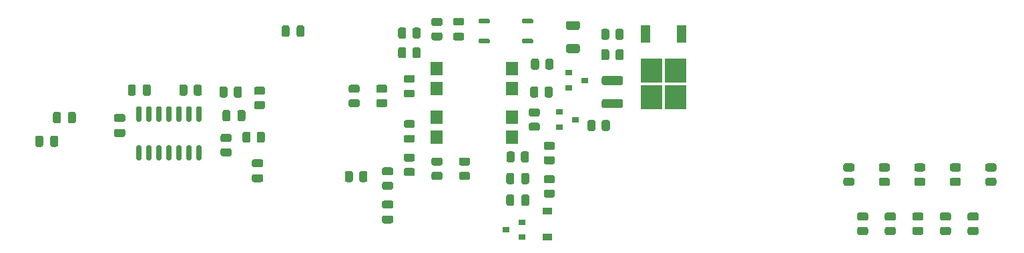
<source format=gtp>
G04 #@! TF.GenerationSoftware,KiCad,Pcbnew,(5.1.9-0-10_14)*
G04 #@! TF.CreationDate,2023-05-20T00:30:08-04:00*
G04 #@! TF.ProjectId,LiBCM-Daughterboard,4c694243-4d2d-4446-9175-676874657262,A*
G04 #@! TF.SameCoordinates,Original*
G04 #@! TF.FileFunction,Paste,Top*
G04 #@! TF.FilePolarity,Positive*
%FSLAX46Y46*%
G04 Gerber Fmt 4.6, Leading zero omitted, Abs format (unit mm)*
G04 Created by KiCad (PCBNEW (5.1.9-0-10_14)) date 2023-05-20 00:30:08*
%MOMM*%
%LPD*%
G01*
G04 APERTURE LIST*
%ADD10R,1.200000X2.200000*%
%ADD11R,2.750000X3.050000*%
%ADD12R,0.900000X0.800000*%
%ADD13R,1.500000X1.780000*%
%ADD14R,1.200000X0.900000*%
G04 APERTURE END LIST*
D10*
G04 #@! TO.C,Q1*
X186030000Y-129150000D03*
X181470000Y-129150000D03*
D11*
X182225000Y-137125000D03*
X185275000Y-133775000D03*
X185275000Y-137125000D03*
X182225000Y-133775000D03*
G04 #@! TD*
G04 #@! TO.C,C2*
G36*
G01*
X106950000Y-142275000D02*
X106950000Y-143225000D01*
G75*
G02*
X106700000Y-143475000I-250000J0D01*
G01*
X106200000Y-143475000D01*
G75*
G02*
X105950000Y-143225000I0J250000D01*
G01*
X105950000Y-142275000D01*
G75*
G02*
X106200000Y-142025000I250000J0D01*
G01*
X106700000Y-142025000D01*
G75*
G02*
X106950000Y-142275000I0J-250000D01*
G01*
G37*
G36*
G01*
X105050000Y-142275000D02*
X105050000Y-143225000D01*
G75*
G02*
X104800000Y-143475000I-250000J0D01*
G01*
X104300000Y-143475000D01*
G75*
G02*
X104050000Y-143225000I0J250000D01*
G01*
X104050000Y-142275000D01*
G75*
G02*
X104300000Y-142025000I250000J0D01*
G01*
X104800000Y-142025000D01*
G75*
G02*
X105050000Y-142275000I0J-250000D01*
G01*
G37*
G04 #@! TD*
G04 #@! TO.C,C3*
G36*
G01*
X135300000Y-129225000D02*
X135300000Y-128275000D01*
G75*
G02*
X135550000Y-128025000I250000J0D01*
G01*
X136050000Y-128025000D01*
G75*
G02*
X136300000Y-128275000I0J-250000D01*
G01*
X136300000Y-129225000D01*
G75*
G02*
X136050000Y-129475000I-250000J0D01*
G01*
X135550000Y-129475000D01*
G75*
G02*
X135300000Y-129225000I0J250000D01*
G01*
G37*
G36*
G01*
X137200000Y-129225000D02*
X137200000Y-128275000D01*
G75*
G02*
X137450000Y-128025000I250000J0D01*
G01*
X137950000Y-128025000D01*
G75*
G02*
X138200000Y-128275000I0J-250000D01*
G01*
X138200000Y-129225000D01*
G75*
G02*
X137950000Y-129475000I-250000J0D01*
G01*
X137450000Y-129475000D01*
G75*
G02*
X137200000Y-129225000I0J250000D01*
G01*
G37*
G04 #@! TD*
G04 #@! TO.C,C1*
G36*
G01*
X128800000Y-139025000D02*
X128800000Y-139975000D01*
G75*
G02*
X128550000Y-140225000I-250000J0D01*
G01*
X128050000Y-140225000D01*
G75*
G02*
X127800000Y-139975000I0J250000D01*
G01*
X127800000Y-139025000D01*
G75*
G02*
X128050000Y-138775000I250000J0D01*
G01*
X128550000Y-138775000D01*
G75*
G02*
X128800000Y-139025000I0J-250000D01*
G01*
G37*
G36*
G01*
X130700000Y-139025000D02*
X130700000Y-139975000D01*
G75*
G02*
X130450000Y-140225000I-250000J0D01*
G01*
X129950000Y-140225000D01*
G75*
G02*
X129700000Y-139975000I0J250000D01*
G01*
X129700000Y-139025000D01*
G75*
G02*
X129950000Y-138775000I250000J0D01*
G01*
X130450000Y-138775000D01*
G75*
G02*
X130700000Y-139025000I0J-250000D01*
G01*
G37*
G04 #@! TD*
G04 #@! TO.C,C7*
G36*
G01*
X166700000Y-149775000D02*
X166700000Y-150725000D01*
G75*
G02*
X166450000Y-150975000I-250000J0D01*
G01*
X165950000Y-150975000D01*
G75*
G02*
X165700000Y-150725000I0J250000D01*
G01*
X165700000Y-149775000D01*
G75*
G02*
X165950000Y-149525000I250000J0D01*
G01*
X166450000Y-149525000D01*
G75*
G02*
X166700000Y-149775000I0J-250000D01*
G01*
G37*
G36*
G01*
X164800000Y-149775000D02*
X164800000Y-150725000D01*
G75*
G02*
X164550000Y-150975000I-250000J0D01*
G01*
X164050000Y-150975000D01*
G75*
G02*
X163800000Y-150725000I0J250000D01*
G01*
X163800000Y-149775000D01*
G75*
G02*
X164050000Y-149525000I250000J0D01*
G01*
X164550000Y-149525000D01*
G75*
G02*
X164800000Y-149775000I0J-250000D01*
G01*
G37*
G04 #@! TD*
G04 #@! TO.C,R13*
G36*
G01*
X154549998Y-146650000D02*
X155450002Y-146650000D01*
G75*
G02*
X155700000Y-146899998I0J-249998D01*
G01*
X155700000Y-147425002D01*
G75*
G02*
X155450002Y-147675000I-249998J0D01*
G01*
X154549998Y-147675000D01*
G75*
G02*
X154300000Y-147425002I0J249998D01*
G01*
X154300000Y-146899998D01*
G75*
G02*
X154549998Y-146650000I249998J0D01*
G01*
G37*
G36*
G01*
X154549998Y-144825000D02*
X155450002Y-144825000D01*
G75*
G02*
X155700000Y-145074998I0J-249998D01*
G01*
X155700000Y-145600002D01*
G75*
G02*
X155450002Y-145850000I-249998J0D01*
G01*
X154549998Y-145850000D01*
G75*
G02*
X154300000Y-145600002I0J249998D01*
G01*
X154300000Y-145074998D01*
G75*
G02*
X154549998Y-144825000I249998J0D01*
G01*
G37*
G04 #@! TD*
G04 #@! TO.C,R11*
G36*
G01*
X144049998Y-135575000D02*
X144950002Y-135575000D01*
G75*
G02*
X145200000Y-135824998I0J-249998D01*
G01*
X145200000Y-136350002D01*
G75*
G02*
X144950002Y-136600000I-249998J0D01*
G01*
X144049998Y-136600000D01*
G75*
G02*
X143800000Y-136350002I0J249998D01*
G01*
X143800000Y-135824998D01*
G75*
G02*
X144049998Y-135575000I249998J0D01*
G01*
G37*
G36*
G01*
X144049998Y-137400000D02*
X144950002Y-137400000D01*
G75*
G02*
X145200000Y-137649998I0J-249998D01*
G01*
X145200000Y-138175002D01*
G75*
G02*
X144950002Y-138425000I-249998J0D01*
G01*
X144049998Y-138425000D01*
G75*
G02*
X143800000Y-138175002I0J249998D01*
G01*
X143800000Y-137649998D01*
G75*
G02*
X144049998Y-137400000I249998J0D01*
G01*
G37*
G04 #@! TD*
G04 #@! TO.C,R8*
G36*
G01*
X152925000Y-131049998D02*
X152925000Y-131950002D01*
G75*
G02*
X152675002Y-132200000I-249998J0D01*
G01*
X152149998Y-132200000D01*
G75*
G02*
X151900000Y-131950002I0J249998D01*
G01*
X151900000Y-131049998D01*
G75*
G02*
X152149998Y-130800000I249998J0D01*
G01*
X152675002Y-130800000D01*
G75*
G02*
X152925000Y-131049998I0J-249998D01*
G01*
G37*
G36*
G01*
X151100000Y-131049998D02*
X151100000Y-131950002D01*
G75*
G02*
X150850002Y-132200000I-249998J0D01*
G01*
X150324998Y-132200000D01*
G75*
G02*
X150075000Y-131950002I0J249998D01*
G01*
X150075000Y-131049998D01*
G75*
G02*
X150324998Y-130800000I249998J0D01*
G01*
X150850002Y-130800000D01*
G75*
G02*
X151100000Y-131049998I0J-249998D01*
G01*
G37*
G04 #@! TD*
G04 #@! TO.C,R9*
G36*
G01*
X154549998Y-128900000D02*
X155450002Y-128900000D01*
G75*
G02*
X155700000Y-129149998I0J-249998D01*
G01*
X155700000Y-129675002D01*
G75*
G02*
X155450002Y-129925000I-249998J0D01*
G01*
X154549998Y-129925000D01*
G75*
G02*
X154300000Y-129675002I0J249998D01*
G01*
X154300000Y-129149998D01*
G75*
G02*
X154549998Y-128900000I249998J0D01*
G01*
G37*
G36*
G01*
X154549998Y-127075000D02*
X155450002Y-127075000D01*
G75*
G02*
X155700000Y-127324998I0J-249998D01*
G01*
X155700000Y-127850002D01*
G75*
G02*
X155450002Y-128100000I-249998J0D01*
G01*
X154549998Y-128100000D01*
G75*
G02*
X154300000Y-127850002I0J249998D01*
G01*
X154300000Y-127324998D01*
G75*
G02*
X154549998Y-127075000I249998J0D01*
G01*
G37*
G04 #@! TD*
G04 #@! TO.C,R10*
G36*
G01*
X151100000Y-128549998D02*
X151100000Y-129450002D01*
G75*
G02*
X150850002Y-129700000I-249998J0D01*
G01*
X150324998Y-129700000D01*
G75*
G02*
X150075000Y-129450002I0J249998D01*
G01*
X150075000Y-128549998D01*
G75*
G02*
X150324998Y-128300000I249998J0D01*
G01*
X150850002Y-128300000D01*
G75*
G02*
X151100000Y-128549998I0J-249998D01*
G01*
G37*
G36*
G01*
X152925000Y-128549998D02*
X152925000Y-129450002D01*
G75*
G02*
X152675002Y-129700000I-249998J0D01*
G01*
X152149998Y-129700000D01*
G75*
G02*
X151900000Y-129450002I0J249998D01*
G01*
X151900000Y-128549998D01*
G75*
G02*
X152149998Y-128300000I249998J0D01*
G01*
X152675002Y-128300000D01*
G75*
G02*
X152925000Y-128549998I0J-249998D01*
G01*
G37*
G04 #@! TD*
G04 #@! TO.C,R15*
G36*
G01*
X171624997Y-127475000D02*
X172875003Y-127475000D01*
G75*
G02*
X173125000Y-127724997I0J-249997D01*
G01*
X173125000Y-128350003D01*
G75*
G02*
X172875003Y-128600000I-249997J0D01*
G01*
X171624997Y-128600000D01*
G75*
G02*
X171375000Y-128350003I0J249997D01*
G01*
X171375000Y-127724997D01*
G75*
G02*
X171624997Y-127475000I249997J0D01*
G01*
G37*
G36*
G01*
X171624997Y-130400000D02*
X172875003Y-130400000D01*
G75*
G02*
X173125000Y-130649997I0J-249997D01*
G01*
X173125000Y-131275003D01*
G75*
G02*
X172875003Y-131525000I-249997J0D01*
G01*
X171624997Y-131525000D01*
G75*
G02*
X171375000Y-131275003I0J249997D01*
G01*
X171375000Y-130649997D01*
G75*
G02*
X171624997Y-130400000I249997J0D01*
G01*
G37*
G04 #@! TD*
G04 #@! TO.C,R16*
G36*
G01*
X211299998Y-147400000D02*
X212200002Y-147400000D01*
G75*
G02*
X212450000Y-147649998I0J-249998D01*
G01*
X212450000Y-148175002D01*
G75*
G02*
X212200002Y-148425000I-249998J0D01*
G01*
X211299998Y-148425000D01*
G75*
G02*
X211050000Y-148175002I0J249998D01*
G01*
X211050000Y-147649998D01*
G75*
G02*
X211299998Y-147400000I249998J0D01*
G01*
G37*
G36*
G01*
X211299998Y-145575000D02*
X212200002Y-145575000D01*
G75*
G02*
X212450000Y-145824998I0J-249998D01*
G01*
X212450000Y-146350002D01*
G75*
G02*
X212200002Y-146600000I-249998J0D01*
G01*
X211299998Y-146600000D01*
G75*
G02*
X211050000Y-146350002I0J249998D01*
G01*
X211050000Y-145824998D01*
G75*
G02*
X211299998Y-145575000I249998J0D01*
G01*
G37*
G04 #@! TD*
G04 #@! TO.C,R17*
G36*
G01*
X208549998Y-153650000D02*
X209450002Y-153650000D01*
G75*
G02*
X209700000Y-153899998I0J-249998D01*
G01*
X209700000Y-154425002D01*
G75*
G02*
X209450002Y-154675000I-249998J0D01*
G01*
X208549998Y-154675000D01*
G75*
G02*
X208300000Y-154425002I0J249998D01*
G01*
X208300000Y-153899998D01*
G75*
G02*
X208549998Y-153650000I249998J0D01*
G01*
G37*
G36*
G01*
X208549998Y-151825000D02*
X209450002Y-151825000D01*
G75*
G02*
X209700000Y-152074998I0J-249998D01*
G01*
X209700000Y-152600002D01*
G75*
G02*
X209450002Y-152850000I-249998J0D01*
G01*
X208549998Y-152850000D01*
G75*
G02*
X208300000Y-152600002I0J249998D01*
G01*
X208300000Y-152074998D01*
G75*
G02*
X208549998Y-151825000I249998J0D01*
G01*
G37*
G04 #@! TD*
G04 #@! TO.C,R19*
G36*
G01*
X206799998Y-147400000D02*
X207700002Y-147400000D01*
G75*
G02*
X207950000Y-147649998I0J-249998D01*
G01*
X207950000Y-148175002D01*
G75*
G02*
X207700002Y-148425000I-249998J0D01*
G01*
X206799998Y-148425000D01*
G75*
G02*
X206550000Y-148175002I0J249998D01*
G01*
X206550000Y-147649998D01*
G75*
G02*
X206799998Y-147400000I249998J0D01*
G01*
G37*
G36*
G01*
X206799998Y-145575000D02*
X207700002Y-145575000D01*
G75*
G02*
X207950000Y-145824998I0J-249998D01*
G01*
X207950000Y-146350002D01*
G75*
G02*
X207700002Y-146600000I-249998J0D01*
G01*
X206799998Y-146600000D01*
G75*
G02*
X206550000Y-146350002I0J249998D01*
G01*
X206550000Y-145824998D01*
G75*
G02*
X206799998Y-145575000I249998J0D01*
G01*
G37*
G04 #@! TD*
G04 #@! TO.C,R20*
G36*
G01*
X212049998Y-153650000D02*
X212950002Y-153650000D01*
G75*
G02*
X213200000Y-153899998I0J-249998D01*
G01*
X213200000Y-154425002D01*
G75*
G02*
X212950002Y-154675000I-249998J0D01*
G01*
X212049998Y-154675000D01*
G75*
G02*
X211800000Y-154425002I0J249998D01*
G01*
X211800000Y-153899998D01*
G75*
G02*
X212049998Y-153650000I249998J0D01*
G01*
G37*
G36*
G01*
X212049998Y-151825000D02*
X212950002Y-151825000D01*
G75*
G02*
X213200000Y-152074998I0J-249998D01*
G01*
X213200000Y-152600002D01*
G75*
G02*
X212950002Y-152850000I-249998J0D01*
G01*
X212049998Y-152850000D01*
G75*
G02*
X211800000Y-152600002I0J249998D01*
G01*
X211800000Y-152074998D01*
G75*
G02*
X212049998Y-151825000I249998J0D01*
G01*
G37*
G04 #@! TD*
D12*
G04 #@! TO.C,U2*
X163750000Y-154000000D03*
X165750000Y-153050000D03*
X165750000Y-154950000D03*
G04 #@! TD*
G04 #@! TO.C,D1*
G36*
G01*
X157293750Y-128950000D02*
X158206250Y-128950000D01*
G75*
G02*
X158450000Y-129193750I0J-243750D01*
G01*
X158450000Y-129681250D01*
G75*
G02*
X158206250Y-129925000I-243750J0D01*
G01*
X157293750Y-129925000D01*
G75*
G02*
X157050000Y-129681250I0J243750D01*
G01*
X157050000Y-129193750D01*
G75*
G02*
X157293750Y-128950000I243750J0D01*
G01*
G37*
G36*
G01*
X157293750Y-127075000D02*
X158206250Y-127075000D01*
G75*
G02*
X158450000Y-127318750I0J-243750D01*
G01*
X158450000Y-127806250D01*
G75*
G02*
X158206250Y-128050000I-243750J0D01*
G01*
X157293750Y-128050000D01*
G75*
G02*
X157050000Y-127806250I0J243750D01*
G01*
X157050000Y-127318750D01*
G75*
G02*
X157293750Y-127075000I243750J0D01*
G01*
G37*
G04 #@! TD*
G04 #@! TO.C,D2*
G36*
G01*
X151956250Y-137175000D02*
X151043750Y-137175000D01*
G75*
G02*
X150800000Y-136931250I0J243750D01*
G01*
X150800000Y-136443750D01*
G75*
G02*
X151043750Y-136200000I243750J0D01*
G01*
X151956250Y-136200000D01*
G75*
G02*
X152200000Y-136443750I0J-243750D01*
G01*
X152200000Y-136931250D01*
G75*
G02*
X151956250Y-137175000I-243750J0D01*
G01*
G37*
G36*
G01*
X151956250Y-135300000D02*
X151043750Y-135300000D01*
G75*
G02*
X150800000Y-135056250I0J243750D01*
G01*
X150800000Y-134568750D01*
G75*
G02*
X151043750Y-134325000I243750J0D01*
G01*
X151956250Y-134325000D01*
G75*
G02*
X152200000Y-134568750I0J-243750D01*
G01*
X152200000Y-135056250D01*
G75*
G02*
X151956250Y-135300000I-243750J0D01*
G01*
G37*
G04 #@! TD*
G04 #@! TO.C,R12*
G36*
G01*
X151049998Y-146150000D02*
X151950002Y-146150000D01*
G75*
G02*
X152200000Y-146399998I0J-249998D01*
G01*
X152200000Y-146925002D01*
G75*
G02*
X151950002Y-147175000I-249998J0D01*
G01*
X151049998Y-147175000D01*
G75*
G02*
X150800000Y-146925002I0J249998D01*
G01*
X150800000Y-146399998D01*
G75*
G02*
X151049998Y-146150000I249998J0D01*
G01*
G37*
G36*
G01*
X151049998Y-144325000D02*
X151950002Y-144325000D01*
G75*
G02*
X152200000Y-144574998I0J-249998D01*
G01*
X152200000Y-145100002D01*
G75*
G02*
X151950002Y-145350000I-249998J0D01*
G01*
X151049998Y-145350000D01*
G75*
G02*
X150800000Y-145100002I0J249998D01*
G01*
X150800000Y-144574998D01*
G75*
G02*
X151049998Y-144325000I249998J0D01*
G01*
G37*
G04 #@! TD*
G04 #@! TO.C,R14*
G36*
G01*
X148450002Y-138425000D02*
X147549998Y-138425000D01*
G75*
G02*
X147300000Y-138175002I0J249998D01*
G01*
X147300000Y-137649998D01*
G75*
G02*
X147549998Y-137400000I249998J0D01*
G01*
X148450002Y-137400000D01*
G75*
G02*
X148700000Y-137649998I0J-249998D01*
G01*
X148700000Y-138175002D01*
G75*
G02*
X148450002Y-138425000I-249998J0D01*
G01*
G37*
G36*
G01*
X148450002Y-136600000D02*
X147549998Y-136600000D01*
G75*
G02*
X147300000Y-136350002I0J249998D01*
G01*
X147300000Y-135824998D01*
G75*
G02*
X147549998Y-135575000I249998J0D01*
G01*
X148450002Y-135575000D01*
G75*
G02*
X148700000Y-135824998I0J-249998D01*
G01*
X148700000Y-136350002D01*
G75*
G02*
X148450002Y-136600000I-249998J0D01*
G01*
G37*
G04 #@! TD*
D13*
G04 #@! TO.C,U3*
X154985000Y-133480000D03*
X164515000Y-136020000D03*
X154985000Y-136020000D03*
X164515000Y-133480000D03*
G04 #@! TD*
G04 #@! TO.C,C9*
G36*
G01*
X115800000Y-136725000D02*
X115800000Y-135775000D01*
G75*
G02*
X116050000Y-135525000I250000J0D01*
G01*
X116550000Y-135525000D01*
G75*
G02*
X116800000Y-135775000I0J-250000D01*
G01*
X116800000Y-136725000D01*
G75*
G02*
X116550000Y-136975000I-250000J0D01*
G01*
X116050000Y-136975000D01*
G75*
G02*
X115800000Y-136725000I0J250000D01*
G01*
G37*
G36*
G01*
X117700000Y-136725000D02*
X117700000Y-135775000D01*
G75*
G02*
X117950000Y-135525000I250000J0D01*
G01*
X118450000Y-135525000D01*
G75*
G02*
X118700000Y-135775000I0J-250000D01*
G01*
X118700000Y-136725000D01*
G75*
G02*
X118450000Y-136975000I-250000J0D01*
G01*
X117950000Y-136975000D01*
G75*
G02*
X117700000Y-136725000I0J250000D01*
G01*
G37*
G04 #@! TD*
G04 #@! TO.C,C10*
G36*
G01*
X107300000Y-139275000D02*
X107300000Y-140225000D01*
G75*
G02*
X107050000Y-140475000I-250000J0D01*
G01*
X106550000Y-140475000D01*
G75*
G02*
X106300000Y-140225000I0J250000D01*
G01*
X106300000Y-139275000D01*
G75*
G02*
X106550000Y-139025000I250000J0D01*
G01*
X107050000Y-139025000D01*
G75*
G02*
X107300000Y-139275000I0J-250000D01*
G01*
G37*
G36*
G01*
X109200000Y-139275000D02*
X109200000Y-140225000D01*
G75*
G02*
X108950000Y-140475000I-250000J0D01*
G01*
X108450000Y-140475000D01*
G75*
G02*
X108200000Y-140225000I0J250000D01*
G01*
X108200000Y-139275000D01*
G75*
G02*
X108450000Y-139025000I250000J0D01*
G01*
X108950000Y-139025000D01*
G75*
G02*
X109200000Y-139275000I0J-250000D01*
G01*
G37*
G04 #@! TD*
G04 #@! TO.C,C11*
G36*
G01*
X132725000Y-147950000D02*
X131775000Y-147950000D01*
G75*
G02*
X131525000Y-147700000I0J250000D01*
G01*
X131525000Y-147200000D01*
G75*
G02*
X131775000Y-146950000I250000J0D01*
G01*
X132725000Y-146950000D01*
G75*
G02*
X132975000Y-147200000I0J-250000D01*
G01*
X132975000Y-147700000D01*
G75*
G02*
X132725000Y-147950000I-250000J0D01*
G01*
G37*
G36*
G01*
X132725000Y-146050000D02*
X131775000Y-146050000D01*
G75*
G02*
X131525000Y-145800000I0J250000D01*
G01*
X131525000Y-145300000D01*
G75*
G02*
X131775000Y-145050000I250000J0D01*
G01*
X132725000Y-145050000D01*
G75*
G02*
X132975000Y-145300000I0J-250000D01*
G01*
X132975000Y-145800000D01*
G75*
G02*
X132725000Y-146050000I-250000J0D01*
G01*
G37*
G04 #@! TD*
D14*
G04 #@! TO.C,D4*
X169000000Y-154900000D03*
X169000000Y-151600000D03*
G04 #@! TD*
G04 #@! TO.C,C4*
G36*
G01*
X148275000Y-152200000D02*
X149225000Y-152200000D01*
G75*
G02*
X149475000Y-152450000I0J-250000D01*
G01*
X149475000Y-152950000D01*
G75*
G02*
X149225000Y-153200000I-250000J0D01*
G01*
X148275000Y-153200000D01*
G75*
G02*
X148025000Y-152950000I0J250000D01*
G01*
X148025000Y-152450000D01*
G75*
G02*
X148275000Y-152200000I250000J0D01*
G01*
G37*
G36*
G01*
X148275000Y-150300000D02*
X149225000Y-150300000D01*
G75*
G02*
X149475000Y-150550000I0J-250000D01*
G01*
X149475000Y-151050000D01*
G75*
G02*
X149225000Y-151300000I-250000J0D01*
G01*
X148275000Y-151300000D01*
G75*
G02*
X148025000Y-151050000I0J250000D01*
G01*
X148025000Y-150550000D01*
G75*
G02*
X148275000Y-150300000I250000J0D01*
G01*
G37*
G04 #@! TD*
G04 #@! TO.C,C8*
G36*
G01*
X166700000Y-147025000D02*
X166700000Y-147975000D01*
G75*
G02*
X166450000Y-148225000I-250000J0D01*
G01*
X165950000Y-148225000D01*
G75*
G02*
X165700000Y-147975000I0J250000D01*
G01*
X165700000Y-147025000D01*
G75*
G02*
X165950000Y-146775000I250000J0D01*
G01*
X166450000Y-146775000D01*
G75*
G02*
X166700000Y-147025000I0J-250000D01*
G01*
G37*
G36*
G01*
X164800000Y-147025000D02*
X164800000Y-147975000D01*
G75*
G02*
X164550000Y-148225000I-250000J0D01*
G01*
X164050000Y-148225000D01*
G75*
G02*
X163800000Y-147975000I0J250000D01*
G01*
X163800000Y-147025000D01*
G75*
G02*
X164050000Y-146775000I250000J0D01*
G01*
X164550000Y-146775000D01*
G75*
G02*
X164800000Y-147025000I0J-250000D01*
G01*
G37*
G04 #@! TD*
G04 #@! TO.C,D5*
G36*
G01*
X151956250Y-142925000D02*
X151043750Y-142925000D01*
G75*
G02*
X150800000Y-142681250I0J243750D01*
G01*
X150800000Y-142193750D01*
G75*
G02*
X151043750Y-141950000I243750J0D01*
G01*
X151956250Y-141950000D01*
G75*
G02*
X152200000Y-142193750I0J-243750D01*
G01*
X152200000Y-142681250D01*
G75*
G02*
X151956250Y-142925000I-243750J0D01*
G01*
G37*
G36*
G01*
X151956250Y-141050000D02*
X151043750Y-141050000D01*
G75*
G02*
X150800000Y-140806250I0J243750D01*
G01*
X150800000Y-140318750D01*
G75*
G02*
X151043750Y-140075000I243750J0D01*
G01*
X151956250Y-140075000D01*
G75*
G02*
X152200000Y-140318750I0J-243750D01*
G01*
X152200000Y-140806250D01*
G75*
G02*
X151956250Y-141050000I-243750J0D01*
G01*
G37*
G04 #@! TD*
D12*
G04 #@! TO.C,Q2*
X172550000Y-140000000D03*
X170550000Y-140950000D03*
X170550000Y-139050000D03*
G04 #@! TD*
G04 #@! TO.C,Q3*
X171750000Y-134050000D03*
X171750000Y-135950000D03*
X173750000Y-135000000D03*
G04 #@! TD*
G04 #@! TO.C,R1*
G36*
G01*
X149200001Y-147100000D02*
X148299999Y-147100000D01*
G75*
G02*
X148050000Y-146850001I0J249999D01*
G01*
X148050000Y-146324999D01*
G75*
G02*
X148299999Y-146075000I249999J0D01*
G01*
X149200001Y-146075000D01*
G75*
G02*
X149450000Y-146324999I0J-249999D01*
G01*
X149450000Y-146850001D01*
G75*
G02*
X149200001Y-147100000I-249999J0D01*
G01*
G37*
G36*
G01*
X149200001Y-148925000D02*
X148299999Y-148925000D01*
G75*
G02*
X148050000Y-148675001I0J249999D01*
G01*
X148050000Y-148149999D01*
G75*
G02*
X148299999Y-147900000I249999J0D01*
G01*
X149200001Y-147900000D01*
G75*
G02*
X149450000Y-148149999I0J-249999D01*
G01*
X149450000Y-148675001D01*
G75*
G02*
X149200001Y-148925000I-249999J0D01*
G01*
G37*
G04 #@! TD*
G04 #@! TO.C,R2*
G36*
G01*
X158049999Y-144825000D02*
X158950001Y-144825000D01*
G75*
G02*
X159200000Y-145074999I0J-249999D01*
G01*
X159200000Y-145600001D01*
G75*
G02*
X158950001Y-145850000I-249999J0D01*
G01*
X158049999Y-145850000D01*
G75*
G02*
X157800000Y-145600001I0J249999D01*
G01*
X157800000Y-145074999D01*
G75*
G02*
X158049999Y-144825000I249999J0D01*
G01*
G37*
G36*
G01*
X158049999Y-146650000D02*
X158950001Y-146650000D01*
G75*
G02*
X159200000Y-146899999I0J-249999D01*
G01*
X159200000Y-147425001D01*
G75*
G02*
X158950001Y-147675000I-249999J0D01*
G01*
X158049999Y-147675000D01*
G75*
G02*
X157800000Y-147425001I0J249999D01*
G01*
X157800000Y-146899999D01*
G75*
G02*
X158049999Y-146650000I249999J0D01*
G01*
G37*
G04 #@! TD*
G04 #@! TO.C,R3*
G36*
G01*
X224799999Y-147400000D02*
X225700001Y-147400000D01*
G75*
G02*
X225950000Y-147649999I0J-249999D01*
G01*
X225950000Y-148175001D01*
G75*
G02*
X225700001Y-148425000I-249999J0D01*
G01*
X224799999Y-148425000D01*
G75*
G02*
X224550000Y-148175001I0J249999D01*
G01*
X224550000Y-147649999D01*
G75*
G02*
X224799999Y-147400000I249999J0D01*
G01*
G37*
G36*
G01*
X224799999Y-145575000D02*
X225700001Y-145575000D01*
G75*
G02*
X225950000Y-145824999I0J-249999D01*
G01*
X225950000Y-146350001D01*
G75*
G02*
X225700001Y-146600000I-249999J0D01*
G01*
X224799999Y-146600000D01*
G75*
G02*
X224550000Y-146350001I0J249999D01*
G01*
X224550000Y-145824999D01*
G75*
G02*
X224799999Y-145575000I249999J0D01*
G01*
G37*
G04 #@! TD*
G04 #@! TO.C,R4*
G36*
G01*
X222549999Y-153650000D02*
X223450001Y-153650000D01*
G75*
G02*
X223700000Y-153899999I0J-249999D01*
G01*
X223700000Y-154425001D01*
G75*
G02*
X223450001Y-154675000I-249999J0D01*
G01*
X222549999Y-154675000D01*
G75*
G02*
X222300000Y-154425001I0J249999D01*
G01*
X222300000Y-153899999D01*
G75*
G02*
X222549999Y-153650000I249999J0D01*
G01*
G37*
G36*
G01*
X222549999Y-151825000D02*
X223450001Y-151825000D01*
G75*
G02*
X223700000Y-152074999I0J-249999D01*
G01*
X223700000Y-152600001D01*
G75*
G02*
X223450001Y-152850000I-249999J0D01*
G01*
X222549999Y-152850000D01*
G75*
G02*
X222300000Y-152600001I0J249999D01*
G01*
X222300000Y-152074999D01*
G75*
G02*
X222549999Y-151825000I249999J0D01*
G01*
G37*
G04 #@! TD*
G04 #@! TO.C,R5*
G36*
G01*
X220299999Y-145575000D02*
X221200001Y-145575000D01*
G75*
G02*
X221450000Y-145824999I0J-249999D01*
G01*
X221450000Y-146350001D01*
G75*
G02*
X221200001Y-146600000I-249999J0D01*
G01*
X220299999Y-146600000D01*
G75*
G02*
X220050000Y-146350001I0J249999D01*
G01*
X220050000Y-145824999D01*
G75*
G02*
X220299999Y-145575000I249999J0D01*
G01*
G37*
G36*
G01*
X220299999Y-147400000D02*
X221200001Y-147400000D01*
G75*
G02*
X221450000Y-147649999I0J-249999D01*
G01*
X221450000Y-148175001D01*
G75*
G02*
X221200001Y-148425000I-249999J0D01*
G01*
X220299999Y-148425000D01*
G75*
G02*
X220050000Y-148175001I0J249999D01*
G01*
X220050000Y-147649999D01*
G75*
G02*
X220299999Y-147400000I249999J0D01*
G01*
G37*
G04 #@! TD*
G04 #@! TO.C,R6*
G36*
G01*
X215549999Y-151825000D02*
X216450001Y-151825000D01*
G75*
G02*
X216700000Y-152074999I0J-249999D01*
G01*
X216700000Y-152600001D01*
G75*
G02*
X216450001Y-152850000I-249999J0D01*
G01*
X215549999Y-152850000D01*
G75*
G02*
X215300000Y-152600001I0J249999D01*
G01*
X215300000Y-152074999D01*
G75*
G02*
X215549999Y-151825000I249999J0D01*
G01*
G37*
G36*
G01*
X215549999Y-153650000D02*
X216450001Y-153650000D01*
G75*
G02*
X216700000Y-153899999I0J-249999D01*
G01*
X216700000Y-154425001D01*
G75*
G02*
X216450001Y-154675000I-249999J0D01*
G01*
X215549999Y-154675000D01*
G75*
G02*
X215300000Y-154425001I0J249999D01*
G01*
X215300000Y-153899999D01*
G75*
G02*
X215549999Y-153650000I249999J0D01*
G01*
G37*
G04 #@! TD*
G04 #@! TO.C,R7*
G36*
G01*
X215799999Y-145575000D02*
X216700001Y-145575000D01*
G75*
G02*
X216950000Y-145824999I0J-249999D01*
G01*
X216950000Y-146350001D01*
G75*
G02*
X216700001Y-146600000I-249999J0D01*
G01*
X215799999Y-146600000D01*
G75*
G02*
X215550000Y-146350001I0J249999D01*
G01*
X215550000Y-145824999D01*
G75*
G02*
X215799999Y-145575000I249999J0D01*
G01*
G37*
G36*
G01*
X215799999Y-147400000D02*
X216700001Y-147400000D01*
G75*
G02*
X216950000Y-147649999I0J-249999D01*
G01*
X216950000Y-148175001D01*
G75*
G02*
X216700001Y-148425000I-249999J0D01*
G01*
X215799999Y-148425000D01*
G75*
G02*
X215550000Y-148175001I0J249999D01*
G01*
X215550000Y-147649999D01*
G75*
G02*
X215799999Y-147400000I249999J0D01*
G01*
G37*
G04 #@! TD*
G04 #@! TO.C,R18*
G36*
G01*
X219049999Y-153650000D02*
X219950001Y-153650000D01*
G75*
G02*
X220200000Y-153899999I0J-249999D01*
G01*
X220200000Y-154425001D01*
G75*
G02*
X219950001Y-154675000I-249999J0D01*
G01*
X219049999Y-154675000D01*
G75*
G02*
X218800000Y-154425001I0J249999D01*
G01*
X218800000Y-153899999D01*
G75*
G02*
X219049999Y-153650000I249999J0D01*
G01*
G37*
G36*
G01*
X219049999Y-151825000D02*
X219950001Y-151825000D01*
G75*
G02*
X220200000Y-152074999I0J-249999D01*
G01*
X220200000Y-152600001D01*
G75*
G02*
X219950001Y-152850000I-249999J0D01*
G01*
X219049999Y-152850000D01*
G75*
G02*
X218800000Y-152600001I0J249999D01*
G01*
X218800000Y-152074999D01*
G75*
G02*
X219049999Y-151825000I249999J0D01*
G01*
G37*
G04 #@! TD*
G04 #@! TO.C,R21*
G36*
G01*
X143325000Y-147700001D02*
X143325000Y-146799999D01*
G75*
G02*
X143574999Y-146550000I249999J0D01*
G01*
X144100001Y-146550000D01*
G75*
G02*
X144350000Y-146799999I0J-249999D01*
G01*
X144350000Y-147700001D01*
G75*
G02*
X144100001Y-147950000I-249999J0D01*
G01*
X143574999Y-147950000D01*
G75*
G02*
X143325000Y-147700001I0J249999D01*
G01*
G37*
G36*
G01*
X145150000Y-147700001D02*
X145150000Y-146799999D01*
G75*
G02*
X145399999Y-146550000I249999J0D01*
G01*
X145925001Y-146550000D01*
G75*
G02*
X146175000Y-146799999I0J-249999D01*
G01*
X146175000Y-147700001D01*
G75*
G02*
X145925001Y-147950000I-249999J0D01*
G01*
X145399999Y-147950000D01*
G75*
G02*
X145150000Y-147700001I0J249999D01*
G01*
G37*
G04 #@! TD*
G04 #@! TO.C,R22*
G36*
G01*
X176850000Y-128699999D02*
X176850000Y-129600001D01*
G75*
G02*
X176600001Y-129850000I-249999J0D01*
G01*
X176074999Y-129850000D01*
G75*
G02*
X175825000Y-129600001I0J249999D01*
G01*
X175825000Y-128699999D01*
G75*
G02*
X176074999Y-128450000I249999J0D01*
G01*
X176600001Y-128450000D01*
G75*
G02*
X176850000Y-128699999I0J-249999D01*
G01*
G37*
G36*
G01*
X178675000Y-128699999D02*
X178675000Y-129600001D01*
G75*
G02*
X178425001Y-129850000I-249999J0D01*
G01*
X177899999Y-129850000D01*
G75*
G02*
X177650000Y-129600001I0J249999D01*
G01*
X177650000Y-128699999D01*
G75*
G02*
X177899999Y-128450000I249999J0D01*
G01*
X178425001Y-128450000D01*
G75*
G02*
X178675000Y-128699999I0J-249999D01*
G01*
G37*
G04 #@! TD*
G04 #@! TO.C,R23*
G36*
G01*
X169700001Y-148100000D02*
X168799999Y-148100000D01*
G75*
G02*
X168550000Y-147850001I0J249999D01*
G01*
X168550000Y-147324999D01*
G75*
G02*
X168799999Y-147075000I249999J0D01*
G01*
X169700001Y-147075000D01*
G75*
G02*
X169950000Y-147324999I0J-249999D01*
G01*
X169950000Y-147850001D01*
G75*
G02*
X169700001Y-148100000I-249999J0D01*
G01*
G37*
G36*
G01*
X169700001Y-149925000D02*
X168799999Y-149925000D01*
G75*
G02*
X168550000Y-149675001I0J249999D01*
G01*
X168550000Y-149149999D01*
G75*
G02*
X168799999Y-148900000I249999J0D01*
G01*
X169700001Y-148900000D01*
G75*
G02*
X169950000Y-149149999I0J-249999D01*
G01*
X169950000Y-149675001D01*
G75*
G02*
X169700001Y-149925000I-249999J0D01*
G01*
G37*
G04 #@! TD*
G04 #@! TO.C,R24*
G36*
G01*
X175100000Y-140299999D02*
X175100000Y-141200001D01*
G75*
G02*
X174850001Y-141450000I-249999J0D01*
G01*
X174324999Y-141450000D01*
G75*
G02*
X174075000Y-141200001I0J249999D01*
G01*
X174075000Y-140299999D01*
G75*
G02*
X174324999Y-140050000I249999J0D01*
G01*
X174850001Y-140050000D01*
G75*
G02*
X175100000Y-140299999I0J-249999D01*
G01*
G37*
G36*
G01*
X176925000Y-140299999D02*
X176925000Y-141200001D01*
G75*
G02*
X176675001Y-141450000I-249999J0D01*
G01*
X176149999Y-141450000D01*
G75*
G02*
X175900000Y-141200001I0J249999D01*
G01*
X175900000Y-140299999D01*
G75*
G02*
X176149999Y-140050000I249999J0D01*
G01*
X176675001Y-140050000D01*
G75*
G02*
X176925000Y-140299999I0J-249999D01*
G01*
G37*
G04 #@! TD*
G04 #@! TO.C,R25*
G36*
G01*
X166899999Y-138575000D02*
X167800001Y-138575000D01*
G75*
G02*
X168050000Y-138824999I0J-249999D01*
G01*
X168050000Y-139350001D01*
G75*
G02*
X167800001Y-139600000I-249999J0D01*
G01*
X166899999Y-139600000D01*
G75*
G02*
X166650000Y-139350001I0J249999D01*
G01*
X166650000Y-138824999D01*
G75*
G02*
X166899999Y-138575000I249999J0D01*
G01*
G37*
G36*
G01*
X166899999Y-140400000D02*
X167800001Y-140400000D01*
G75*
G02*
X168050000Y-140649999I0J-249999D01*
G01*
X168050000Y-141175001D01*
G75*
G02*
X167800001Y-141425000I-249999J0D01*
G01*
X166899999Y-141425000D01*
G75*
G02*
X166650000Y-141175001I0J249999D01*
G01*
X166650000Y-140649999D01*
G75*
G02*
X166899999Y-140400000I249999J0D01*
G01*
G37*
G04 #@! TD*
G04 #@! TO.C,R26*
G36*
G01*
X169700001Y-145675000D02*
X168799999Y-145675000D01*
G75*
G02*
X168550000Y-145425001I0J249999D01*
G01*
X168550000Y-144899999D01*
G75*
G02*
X168799999Y-144650000I249999J0D01*
G01*
X169700001Y-144650000D01*
G75*
G02*
X169950000Y-144899999I0J-249999D01*
G01*
X169950000Y-145425001D01*
G75*
G02*
X169700001Y-145675000I-249999J0D01*
G01*
G37*
G36*
G01*
X169700001Y-143850000D02*
X168799999Y-143850000D01*
G75*
G02*
X168550000Y-143600001I0J249999D01*
G01*
X168550000Y-143074999D01*
G75*
G02*
X168799999Y-142825000I249999J0D01*
G01*
X169700001Y-142825000D01*
G75*
G02*
X169950000Y-143074999I0J-249999D01*
G01*
X169950000Y-143600001D01*
G75*
G02*
X169700001Y-143850000I-249999J0D01*
G01*
G37*
G04 #@! TD*
G04 #@! TO.C,R27*
G36*
G01*
X164850000Y-144299999D02*
X164850000Y-145200001D01*
G75*
G02*
X164600001Y-145450000I-249999J0D01*
G01*
X164074999Y-145450000D01*
G75*
G02*
X163825000Y-145200001I0J249999D01*
G01*
X163825000Y-144299999D01*
G75*
G02*
X164074999Y-144050000I249999J0D01*
G01*
X164600001Y-144050000D01*
G75*
G02*
X164850000Y-144299999I0J-249999D01*
G01*
G37*
G36*
G01*
X166675000Y-144299999D02*
X166675000Y-145200001D01*
G75*
G02*
X166425001Y-145450000I-249999J0D01*
G01*
X165899999Y-145450000D01*
G75*
G02*
X165650000Y-145200001I0J249999D01*
G01*
X165650000Y-144299999D01*
G75*
G02*
X165899999Y-144050000I249999J0D01*
G01*
X166425001Y-144050000D01*
G75*
G02*
X166675000Y-144299999I0J-249999D01*
G01*
G37*
G04 #@! TD*
G04 #@! TO.C,R28*
G36*
G01*
X167950000Y-132499999D02*
X167950000Y-133400001D01*
G75*
G02*
X167700001Y-133650000I-249999J0D01*
G01*
X167174999Y-133650000D01*
G75*
G02*
X166925000Y-133400001I0J249999D01*
G01*
X166925000Y-132499999D01*
G75*
G02*
X167174999Y-132250000I249999J0D01*
G01*
X167700001Y-132250000D01*
G75*
G02*
X167950000Y-132499999I0J-249999D01*
G01*
G37*
G36*
G01*
X169775000Y-132499999D02*
X169775000Y-133400001D01*
G75*
G02*
X169525001Y-133650000I-249999J0D01*
G01*
X168999999Y-133650000D01*
G75*
G02*
X168750000Y-133400001I0J249999D01*
G01*
X168750000Y-132499999D01*
G75*
G02*
X168999999Y-132250000I249999J0D01*
G01*
X169525001Y-132250000D01*
G75*
G02*
X169775000Y-132499999I0J-249999D01*
G01*
G37*
G04 #@! TD*
G04 #@! TO.C,R29*
G36*
G01*
X166825000Y-136950001D02*
X166825000Y-136049999D01*
G75*
G02*
X167074999Y-135800000I249999J0D01*
G01*
X167600001Y-135800000D01*
G75*
G02*
X167850000Y-136049999I0J-249999D01*
G01*
X167850000Y-136950001D01*
G75*
G02*
X167600001Y-137200000I-249999J0D01*
G01*
X167074999Y-137200000D01*
G75*
G02*
X166825000Y-136950001I0J249999D01*
G01*
G37*
G36*
G01*
X168650000Y-136950001D02*
X168650000Y-136049999D01*
G75*
G02*
X168899999Y-135800000I249999J0D01*
G01*
X169425001Y-135800000D01*
G75*
G02*
X169675000Y-136049999I0J-249999D01*
G01*
X169675000Y-136950001D01*
G75*
G02*
X169425001Y-137200000I-249999J0D01*
G01*
X168899999Y-137200000D01*
G75*
G02*
X168650000Y-136950001I0J249999D01*
G01*
G37*
G04 #@! TD*
G04 #@! TO.C,R30*
G36*
G01*
X177650000Y-132200001D02*
X177650000Y-131299999D01*
G75*
G02*
X177899999Y-131050000I249999J0D01*
G01*
X178425001Y-131050000D01*
G75*
G02*
X178675000Y-131299999I0J-249999D01*
G01*
X178675000Y-132200001D01*
G75*
G02*
X178425001Y-132450000I-249999J0D01*
G01*
X177899999Y-132450000D01*
G75*
G02*
X177650000Y-132200001I0J249999D01*
G01*
G37*
G36*
G01*
X175825000Y-132200001D02*
X175825000Y-131299999D01*
G75*
G02*
X176074999Y-131050000I249999J0D01*
G01*
X176600001Y-131050000D01*
G75*
G02*
X176850000Y-131299999I0J-249999D01*
G01*
X176850000Y-132200001D01*
G75*
G02*
X176600001Y-132450000I-249999J0D01*
G01*
X176074999Y-132450000D01*
G75*
G02*
X175825000Y-132200001I0J249999D01*
G01*
G37*
G04 #@! TD*
G04 #@! TO.C,U1*
G36*
G01*
X160275000Y-127617500D02*
X160275000Y-127342500D01*
G75*
G02*
X160412500Y-127205000I137500J0D01*
G01*
X161587500Y-127205000D01*
G75*
G02*
X161725000Y-127342500I0J-137500D01*
G01*
X161725000Y-127617500D01*
G75*
G02*
X161587500Y-127755000I-137500J0D01*
G01*
X160412500Y-127755000D01*
G75*
G02*
X160275000Y-127617500I0J137500D01*
G01*
G37*
G36*
G01*
X160275000Y-130157500D02*
X160275000Y-129882500D01*
G75*
G02*
X160412500Y-129745000I137500J0D01*
G01*
X161587500Y-129745000D01*
G75*
G02*
X161725000Y-129882500I0J-137500D01*
G01*
X161725000Y-130157500D01*
G75*
G02*
X161587500Y-130295000I-137500J0D01*
G01*
X160412500Y-130295000D01*
G75*
G02*
X160275000Y-130157500I0J137500D01*
G01*
G37*
G36*
G01*
X165775000Y-130157500D02*
X165775000Y-129882500D01*
G75*
G02*
X165912500Y-129745000I137500J0D01*
G01*
X167087500Y-129745000D01*
G75*
G02*
X167225000Y-129882500I0J-137500D01*
G01*
X167225000Y-130157500D01*
G75*
G02*
X167087500Y-130295000I-137500J0D01*
G01*
X165912500Y-130295000D01*
G75*
G02*
X165775000Y-130157500I0J137500D01*
G01*
G37*
G36*
G01*
X165775000Y-127617500D02*
X165775000Y-127342500D01*
G75*
G02*
X165912500Y-127205000I137500J0D01*
G01*
X167087500Y-127205000D01*
G75*
G02*
X167225000Y-127342500I0J-137500D01*
G01*
X167225000Y-127617500D01*
G75*
G02*
X167087500Y-127755000I-137500J0D01*
G01*
X165912500Y-127755000D01*
G75*
G02*
X165775000Y-127617500I0J137500D01*
G01*
G37*
G04 #@! TD*
D13*
G04 #@! TO.C,U4*
X154985000Y-139730000D03*
X164515000Y-142270000D03*
X154985000Y-142270000D03*
X164515000Y-139730000D03*
G04 #@! TD*
G04 #@! TO.C,C5*
G36*
G01*
X176149999Y-134450000D02*
X178350001Y-134450000D01*
G75*
G02*
X178600000Y-134699999I0J-249999D01*
G01*
X178600000Y-135350001D01*
G75*
G02*
X178350001Y-135600000I-249999J0D01*
G01*
X176149999Y-135600000D01*
G75*
G02*
X175900000Y-135350001I0J249999D01*
G01*
X175900000Y-134699999D01*
G75*
G02*
X176149999Y-134450000I249999J0D01*
G01*
G37*
G36*
G01*
X176149999Y-137400000D02*
X178350001Y-137400000D01*
G75*
G02*
X178600000Y-137649999I0J-249999D01*
G01*
X178600000Y-138300001D01*
G75*
G02*
X178350001Y-138550000I-249999J0D01*
G01*
X176149999Y-138550000D01*
G75*
G02*
X175900000Y-138300001I0J249999D01*
G01*
X175900000Y-137649999D01*
G75*
G02*
X176149999Y-137400000I249999J0D01*
G01*
G37*
G04 #@! TD*
G04 #@! TO.C,C6*
G36*
G01*
X115225000Y-142200000D02*
X114275000Y-142200000D01*
G75*
G02*
X114025000Y-141950000I0J250000D01*
G01*
X114025000Y-141450000D01*
G75*
G02*
X114275000Y-141200000I250000J0D01*
G01*
X115225000Y-141200000D01*
G75*
G02*
X115475000Y-141450000I0J-250000D01*
G01*
X115475000Y-141950000D01*
G75*
G02*
X115225000Y-142200000I-250000J0D01*
G01*
G37*
G36*
G01*
X115225000Y-140300000D02*
X114275000Y-140300000D01*
G75*
G02*
X114025000Y-140050000I0J250000D01*
G01*
X114025000Y-139550000D01*
G75*
G02*
X114275000Y-139300000I250000J0D01*
G01*
X115225000Y-139300000D01*
G75*
G02*
X115475000Y-139550000I0J-250000D01*
G01*
X115475000Y-140050000D01*
G75*
G02*
X115225000Y-140300000I-250000J0D01*
G01*
G37*
G04 #@! TD*
G04 #@! TO.C,R31*
G36*
G01*
X132150000Y-142700001D02*
X132150000Y-141799999D01*
G75*
G02*
X132399999Y-141550000I249999J0D01*
G01*
X132925001Y-141550000D01*
G75*
G02*
X133175000Y-141799999I0J-249999D01*
G01*
X133175000Y-142700001D01*
G75*
G02*
X132925001Y-142950000I-249999J0D01*
G01*
X132399999Y-142950000D01*
G75*
G02*
X132150000Y-142700001I0J249999D01*
G01*
G37*
G36*
G01*
X130325000Y-142700001D02*
X130325000Y-141799999D01*
G75*
G02*
X130574999Y-141550000I249999J0D01*
G01*
X131100001Y-141550000D01*
G75*
G02*
X131350000Y-141799999I0J-249999D01*
G01*
X131350000Y-142700001D01*
G75*
G02*
X131100001Y-142950000I-249999J0D01*
G01*
X130574999Y-142950000D01*
G75*
G02*
X130325000Y-142700001I0J249999D01*
G01*
G37*
G04 #@! TD*
G04 #@! TO.C,R32*
G36*
G01*
X132950001Y-138675000D02*
X132049999Y-138675000D01*
G75*
G02*
X131800000Y-138425001I0J249999D01*
G01*
X131800000Y-137899999D01*
G75*
G02*
X132049999Y-137650000I249999J0D01*
G01*
X132950001Y-137650000D01*
G75*
G02*
X133200000Y-137899999I0J-249999D01*
G01*
X133200000Y-138425001D01*
G75*
G02*
X132950001Y-138675000I-249999J0D01*
G01*
G37*
G36*
G01*
X132950001Y-136850000D02*
X132049999Y-136850000D01*
G75*
G02*
X131800000Y-136600001I0J249999D01*
G01*
X131800000Y-136074999D01*
G75*
G02*
X132049999Y-135825000I249999J0D01*
G01*
X132950001Y-135825000D01*
G75*
G02*
X133200000Y-136074999I0J-249999D01*
G01*
X133200000Y-136600001D01*
G75*
G02*
X132950001Y-136850000I-249999J0D01*
G01*
G37*
G04 #@! TD*
G04 #@! TO.C,R33*
G36*
G01*
X128437500Y-136049999D02*
X128437500Y-136950001D01*
G75*
G02*
X128187501Y-137200000I-249999J0D01*
G01*
X127662499Y-137200000D01*
G75*
G02*
X127412500Y-136950001I0J249999D01*
G01*
X127412500Y-136049999D01*
G75*
G02*
X127662499Y-135800000I249999J0D01*
G01*
X128187501Y-135800000D01*
G75*
G02*
X128437500Y-136049999I0J-249999D01*
G01*
G37*
G36*
G01*
X130262500Y-136049999D02*
X130262500Y-136950001D01*
G75*
G02*
X130012501Y-137200000I-249999J0D01*
G01*
X129487499Y-137200000D01*
G75*
G02*
X129237500Y-136950001I0J249999D01*
G01*
X129237500Y-136049999D01*
G75*
G02*
X129487499Y-135800000I249999J0D01*
G01*
X130012501Y-135800000D01*
G75*
G02*
X130262500Y-136049999I0J-249999D01*
G01*
G37*
G04 #@! TD*
G04 #@! TO.C,R34*
G36*
G01*
X127799999Y-141825000D02*
X128700001Y-141825000D01*
G75*
G02*
X128950000Y-142074999I0J-249999D01*
G01*
X128950000Y-142600001D01*
G75*
G02*
X128700001Y-142850000I-249999J0D01*
G01*
X127799999Y-142850000D01*
G75*
G02*
X127550000Y-142600001I0J249999D01*
G01*
X127550000Y-142074999D01*
G75*
G02*
X127799999Y-141825000I249999J0D01*
G01*
G37*
G36*
G01*
X127799999Y-143650000D02*
X128700001Y-143650000D01*
G75*
G02*
X128950000Y-143899999I0J-249999D01*
G01*
X128950000Y-144425001D01*
G75*
G02*
X128700001Y-144675000I-249999J0D01*
G01*
X127799999Y-144675000D01*
G75*
G02*
X127550000Y-144425001I0J249999D01*
G01*
X127550000Y-143899999D01*
G75*
G02*
X127799999Y-143650000I249999J0D01*
G01*
G37*
G04 #@! TD*
G04 #@! TO.C,R35*
G36*
G01*
X125175000Y-135799999D02*
X125175000Y-136700001D01*
G75*
G02*
X124925001Y-136950000I-249999J0D01*
G01*
X124399999Y-136950000D01*
G75*
G02*
X124150000Y-136700001I0J249999D01*
G01*
X124150000Y-135799999D01*
G75*
G02*
X124399999Y-135550000I249999J0D01*
G01*
X124925001Y-135550000D01*
G75*
G02*
X125175000Y-135799999I0J-249999D01*
G01*
G37*
G36*
G01*
X123350000Y-135799999D02*
X123350000Y-136700001D01*
G75*
G02*
X123100001Y-136950000I-249999J0D01*
G01*
X122574999Y-136950000D01*
G75*
G02*
X122325000Y-136700001I0J249999D01*
G01*
X122325000Y-135799999D01*
G75*
G02*
X122574999Y-135550000I249999J0D01*
G01*
X123100001Y-135550000D01*
G75*
G02*
X123350000Y-135799999I0J-249999D01*
G01*
G37*
G04 #@! TD*
G04 #@! TO.C,U5*
G36*
G01*
X117340000Y-145200000D02*
X117040000Y-145200000D01*
G75*
G02*
X116890000Y-145050000I0J150000D01*
G01*
X116890000Y-143400000D01*
G75*
G02*
X117040000Y-143250000I150000J0D01*
G01*
X117340000Y-143250000D01*
G75*
G02*
X117490000Y-143400000I0J-150000D01*
G01*
X117490000Y-145050000D01*
G75*
G02*
X117340000Y-145200000I-150000J0D01*
G01*
G37*
G36*
G01*
X118610000Y-145200000D02*
X118310000Y-145200000D01*
G75*
G02*
X118160000Y-145050000I0J150000D01*
G01*
X118160000Y-143400000D01*
G75*
G02*
X118310000Y-143250000I150000J0D01*
G01*
X118610000Y-143250000D01*
G75*
G02*
X118760000Y-143400000I0J-150000D01*
G01*
X118760000Y-145050000D01*
G75*
G02*
X118610000Y-145200000I-150000J0D01*
G01*
G37*
G36*
G01*
X119880000Y-145200000D02*
X119580000Y-145200000D01*
G75*
G02*
X119430000Y-145050000I0J150000D01*
G01*
X119430000Y-143400000D01*
G75*
G02*
X119580000Y-143250000I150000J0D01*
G01*
X119880000Y-143250000D01*
G75*
G02*
X120030000Y-143400000I0J-150000D01*
G01*
X120030000Y-145050000D01*
G75*
G02*
X119880000Y-145200000I-150000J0D01*
G01*
G37*
G36*
G01*
X121150000Y-145200000D02*
X120850000Y-145200000D01*
G75*
G02*
X120700000Y-145050000I0J150000D01*
G01*
X120700000Y-143400000D01*
G75*
G02*
X120850000Y-143250000I150000J0D01*
G01*
X121150000Y-143250000D01*
G75*
G02*
X121300000Y-143400000I0J-150000D01*
G01*
X121300000Y-145050000D01*
G75*
G02*
X121150000Y-145200000I-150000J0D01*
G01*
G37*
G36*
G01*
X122420000Y-145200000D02*
X122120000Y-145200000D01*
G75*
G02*
X121970000Y-145050000I0J150000D01*
G01*
X121970000Y-143400000D01*
G75*
G02*
X122120000Y-143250000I150000J0D01*
G01*
X122420000Y-143250000D01*
G75*
G02*
X122570000Y-143400000I0J-150000D01*
G01*
X122570000Y-145050000D01*
G75*
G02*
X122420000Y-145200000I-150000J0D01*
G01*
G37*
G36*
G01*
X123690000Y-145200000D02*
X123390000Y-145200000D01*
G75*
G02*
X123240000Y-145050000I0J150000D01*
G01*
X123240000Y-143400000D01*
G75*
G02*
X123390000Y-143250000I150000J0D01*
G01*
X123690000Y-143250000D01*
G75*
G02*
X123840000Y-143400000I0J-150000D01*
G01*
X123840000Y-145050000D01*
G75*
G02*
X123690000Y-145200000I-150000J0D01*
G01*
G37*
G36*
G01*
X124960000Y-145200000D02*
X124660000Y-145200000D01*
G75*
G02*
X124510000Y-145050000I0J150000D01*
G01*
X124510000Y-143400000D01*
G75*
G02*
X124660000Y-143250000I150000J0D01*
G01*
X124960000Y-143250000D01*
G75*
G02*
X125110000Y-143400000I0J-150000D01*
G01*
X125110000Y-145050000D01*
G75*
G02*
X124960000Y-145200000I-150000J0D01*
G01*
G37*
G36*
G01*
X124960000Y-140250000D02*
X124660000Y-140250000D01*
G75*
G02*
X124510000Y-140100000I0J150000D01*
G01*
X124510000Y-138450000D01*
G75*
G02*
X124660000Y-138300000I150000J0D01*
G01*
X124960000Y-138300000D01*
G75*
G02*
X125110000Y-138450000I0J-150000D01*
G01*
X125110000Y-140100000D01*
G75*
G02*
X124960000Y-140250000I-150000J0D01*
G01*
G37*
G36*
G01*
X123690000Y-140250000D02*
X123390000Y-140250000D01*
G75*
G02*
X123240000Y-140100000I0J150000D01*
G01*
X123240000Y-138450000D01*
G75*
G02*
X123390000Y-138300000I150000J0D01*
G01*
X123690000Y-138300000D01*
G75*
G02*
X123840000Y-138450000I0J-150000D01*
G01*
X123840000Y-140100000D01*
G75*
G02*
X123690000Y-140250000I-150000J0D01*
G01*
G37*
G36*
G01*
X122420000Y-140250000D02*
X122120000Y-140250000D01*
G75*
G02*
X121970000Y-140100000I0J150000D01*
G01*
X121970000Y-138450000D01*
G75*
G02*
X122120000Y-138300000I150000J0D01*
G01*
X122420000Y-138300000D01*
G75*
G02*
X122570000Y-138450000I0J-150000D01*
G01*
X122570000Y-140100000D01*
G75*
G02*
X122420000Y-140250000I-150000J0D01*
G01*
G37*
G36*
G01*
X121150000Y-140250000D02*
X120850000Y-140250000D01*
G75*
G02*
X120700000Y-140100000I0J150000D01*
G01*
X120700000Y-138450000D01*
G75*
G02*
X120850000Y-138300000I150000J0D01*
G01*
X121150000Y-138300000D01*
G75*
G02*
X121300000Y-138450000I0J-150000D01*
G01*
X121300000Y-140100000D01*
G75*
G02*
X121150000Y-140250000I-150000J0D01*
G01*
G37*
G36*
G01*
X119880000Y-140250000D02*
X119580000Y-140250000D01*
G75*
G02*
X119430000Y-140100000I0J150000D01*
G01*
X119430000Y-138450000D01*
G75*
G02*
X119580000Y-138300000I150000J0D01*
G01*
X119880000Y-138300000D01*
G75*
G02*
X120030000Y-138450000I0J-150000D01*
G01*
X120030000Y-140100000D01*
G75*
G02*
X119880000Y-140250000I-150000J0D01*
G01*
G37*
G36*
G01*
X118610000Y-140250000D02*
X118310000Y-140250000D01*
G75*
G02*
X118160000Y-140100000I0J150000D01*
G01*
X118160000Y-138450000D01*
G75*
G02*
X118310000Y-138300000I150000J0D01*
G01*
X118610000Y-138300000D01*
G75*
G02*
X118760000Y-138450000I0J-150000D01*
G01*
X118760000Y-140100000D01*
G75*
G02*
X118610000Y-140250000I-150000J0D01*
G01*
G37*
G36*
G01*
X117340000Y-140250000D02*
X117040000Y-140250000D01*
G75*
G02*
X116890000Y-140100000I0J150000D01*
G01*
X116890000Y-138450000D01*
G75*
G02*
X117040000Y-138300000I150000J0D01*
G01*
X117340000Y-138300000D01*
G75*
G02*
X117490000Y-138450000I0J-150000D01*
G01*
X117490000Y-140100000D01*
G75*
G02*
X117340000Y-140250000I-150000J0D01*
G01*
G37*
G04 #@! TD*
M02*

</source>
